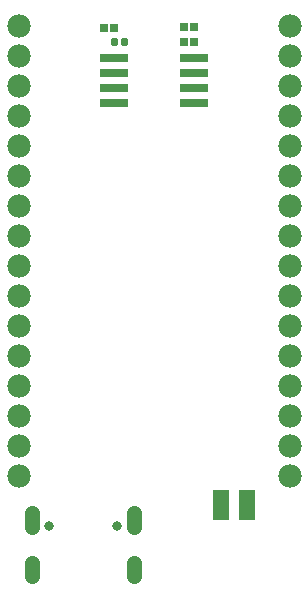
<source format=gbr>
G04 EAGLE Gerber RS-274X export*
G75*
%MOMM*%
%FSLAX34Y34*%
%LPD*%
%INSoldermask Bottom*%
%IPPOS*%
%AMOC8*
5,1,8,0,0,1.08239X$1,22.5*%
G01*
%ADD10C,1.259600*%
%ADD11C,0.801600*%
%ADD12C,1.981200*%
%ADD13R,1.371600X2.641600*%
%ADD14R,2.387600X0.711200*%
%ADD15R,0.641600X0.701600*%
%ADD16C,0.372125*%


D10*
X20800Y63010D02*
X20800Y74590D01*
X107200Y74590D02*
X107200Y63010D01*
X20800Y32790D02*
X20800Y21210D01*
X107200Y21210D02*
X107200Y32790D01*
D11*
X35100Y63500D03*
X92900Y63500D03*
D12*
X10000Y106000D03*
X10000Y131400D03*
X10000Y156800D03*
X10000Y182200D03*
X10000Y207600D03*
X10000Y233000D03*
X10000Y258400D03*
X10000Y283800D03*
X10000Y309200D03*
X10000Y334600D03*
X10000Y360000D03*
X10000Y385400D03*
X10000Y410800D03*
X10000Y436200D03*
X10000Y461600D03*
X10000Y487000D03*
X239000Y106000D03*
X239000Y131400D03*
X239000Y156800D03*
X239000Y182200D03*
X239000Y207600D03*
X239000Y233000D03*
X239000Y258400D03*
X239000Y283800D03*
X239000Y309200D03*
X239000Y334600D03*
X239000Y360000D03*
X239000Y385400D03*
X239000Y410800D03*
X239000Y436200D03*
X239000Y461600D03*
X239000Y487000D03*
D13*
X203400Y81200D03*
X180600Y81300D03*
D14*
X158242Y459740D03*
X90678Y459740D03*
X158242Y447040D03*
X158242Y434340D03*
X90678Y447040D03*
X90678Y434340D03*
X158242Y421640D03*
X90678Y421640D03*
D15*
X149350Y473710D03*
X157990Y473710D03*
D16*
X100918Y475358D02*
X98222Y475358D01*
X100918Y475358D02*
X100918Y472062D01*
X98222Y472062D01*
X98222Y475358D01*
X92278Y475358D02*
X89582Y475358D01*
X92278Y475358D02*
X92278Y472062D01*
X89582Y472062D01*
X89582Y475358D01*
D15*
X90680Y485140D03*
X82040Y485140D03*
X157990Y486410D03*
X149350Y486410D03*
M02*

</source>
